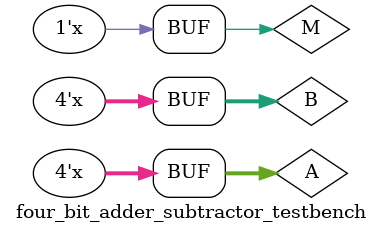
<source format=v>
`timescale 1ns / 1ps


module four_bit_adder_subtractor_testbench(

    );
    
    reg [3:0] A;
    reg [3:0] B;
    reg M;
    wire [3:0] S;
    wire C, V;
    
    //four_bit_adder fba(.A(A[0]), .A(A[1]), .A(A[2]), .A(A[3]) ,.B(B[0]), .B(B[1]), .B(B[2]), .B(B[3]), .S(S[0]), .S(S[1]), .S(S[2]), .S(S[3]), .C(C), .V(V));
    
    four_bit_adder_subtractor fba(.A(A),.B(B),.M(M),.S(S),.C(C),.V(V));
    initial begin
        //A[0] = 0; A[1] = 0; A[2] = 0; A[3] = 0; B[0] = 0; B[1] = 0; B[2] = 0; B[3] = 0; // assign initial values
        A = 4'b0; B = 4'b0; M = 1'b0;
    end
    always begin
        #10 {A,B,M} = {A,B,M} + 4'b1;
    end
endmodule

</source>
